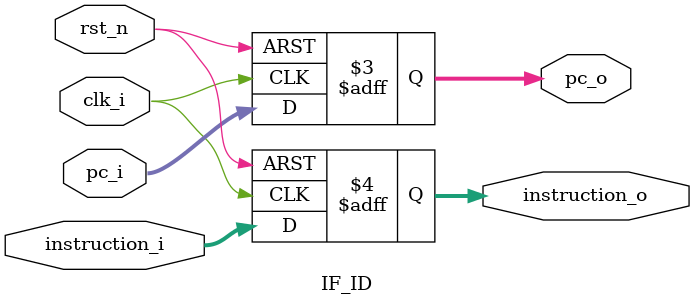
<source format=v>
module IF_ID(clk_i, rst_n, pc_i, instruction_i, pc_o, instruction_o);
	input clk_i, rst_n;
	input [31:0] pc_i, instruction_i;
	output reg[31:0] pc_o, instruction_o;
	always@(posedge clk_i, negedge rst_n)
	begin
		if(rst_n == 0)
		begin
			pc_o <= 32'd0;
			instruction_o <= 32'd0;
		end
		else
		begin
			pc_o <= pc_i;
			instruction_o <= instruction_i;
		end
	end	  
endmodule

</source>
